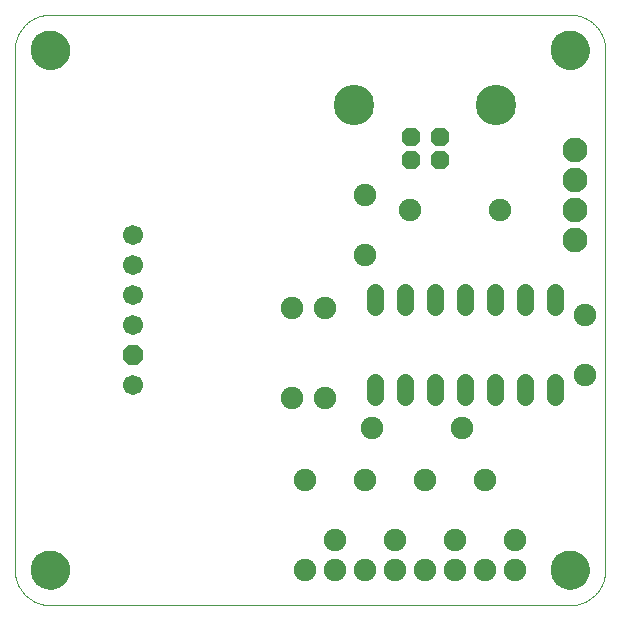
<source format=gbs>
G75*
%MOIN*%
%OFA0B0*%
%FSLAX25Y25*%
%IPPOS*%
%LPD*%
%AMOC8*
5,1,8,0,0,1.08239X$1,22.5*
%
%ADD10C,0.00000*%
%ADD11C,0.12998*%
%ADD12C,0.07487*%
%ADD13C,0.05600*%
%ADD14OC8,0.06140*%
%ADD15C,0.13455*%
%ADD16C,0.08274*%
%ADD17C,0.06699*%
%ADD18OC8,0.06699*%
D10*
X0005724Y0017535D02*
X0005724Y0190764D01*
X0011236Y0190764D02*
X0011238Y0190922D01*
X0011244Y0191080D01*
X0011254Y0191238D01*
X0011268Y0191396D01*
X0011286Y0191553D01*
X0011307Y0191710D01*
X0011333Y0191866D01*
X0011363Y0192022D01*
X0011396Y0192177D01*
X0011434Y0192330D01*
X0011475Y0192483D01*
X0011520Y0192635D01*
X0011569Y0192786D01*
X0011622Y0192935D01*
X0011678Y0193083D01*
X0011738Y0193229D01*
X0011802Y0193374D01*
X0011870Y0193517D01*
X0011941Y0193659D01*
X0012015Y0193799D01*
X0012093Y0193936D01*
X0012175Y0194072D01*
X0012259Y0194206D01*
X0012348Y0194337D01*
X0012439Y0194466D01*
X0012534Y0194593D01*
X0012631Y0194718D01*
X0012732Y0194840D01*
X0012836Y0194959D01*
X0012943Y0195076D01*
X0013053Y0195190D01*
X0013166Y0195301D01*
X0013281Y0195410D01*
X0013399Y0195515D01*
X0013520Y0195617D01*
X0013643Y0195717D01*
X0013769Y0195813D01*
X0013897Y0195906D01*
X0014027Y0195996D01*
X0014160Y0196082D01*
X0014295Y0196166D01*
X0014431Y0196245D01*
X0014570Y0196322D01*
X0014711Y0196394D01*
X0014853Y0196464D01*
X0014997Y0196529D01*
X0015143Y0196591D01*
X0015290Y0196649D01*
X0015439Y0196704D01*
X0015589Y0196755D01*
X0015740Y0196802D01*
X0015892Y0196845D01*
X0016045Y0196884D01*
X0016200Y0196920D01*
X0016355Y0196951D01*
X0016511Y0196979D01*
X0016667Y0197003D01*
X0016824Y0197023D01*
X0016982Y0197039D01*
X0017139Y0197051D01*
X0017298Y0197059D01*
X0017456Y0197063D01*
X0017614Y0197063D01*
X0017772Y0197059D01*
X0017931Y0197051D01*
X0018088Y0197039D01*
X0018246Y0197023D01*
X0018403Y0197003D01*
X0018559Y0196979D01*
X0018715Y0196951D01*
X0018870Y0196920D01*
X0019025Y0196884D01*
X0019178Y0196845D01*
X0019330Y0196802D01*
X0019481Y0196755D01*
X0019631Y0196704D01*
X0019780Y0196649D01*
X0019927Y0196591D01*
X0020073Y0196529D01*
X0020217Y0196464D01*
X0020359Y0196394D01*
X0020500Y0196322D01*
X0020639Y0196245D01*
X0020775Y0196166D01*
X0020910Y0196082D01*
X0021043Y0195996D01*
X0021173Y0195906D01*
X0021301Y0195813D01*
X0021427Y0195717D01*
X0021550Y0195617D01*
X0021671Y0195515D01*
X0021789Y0195410D01*
X0021904Y0195301D01*
X0022017Y0195190D01*
X0022127Y0195076D01*
X0022234Y0194959D01*
X0022338Y0194840D01*
X0022439Y0194718D01*
X0022536Y0194593D01*
X0022631Y0194466D01*
X0022722Y0194337D01*
X0022811Y0194206D01*
X0022895Y0194072D01*
X0022977Y0193936D01*
X0023055Y0193799D01*
X0023129Y0193659D01*
X0023200Y0193517D01*
X0023268Y0193374D01*
X0023332Y0193229D01*
X0023392Y0193083D01*
X0023448Y0192935D01*
X0023501Y0192786D01*
X0023550Y0192635D01*
X0023595Y0192483D01*
X0023636Y0192330D01*
X0023674Y0192177D01*
X0023707Y0192022D01*
X0023737Y0191866D01*
X0023763Y0191710D01*
X0023784Y0191553D01*
X0023802Y0191396D01*
X0023816Y0191238D01*
X0023826Y0191080D01*
X0023832Y0190922D01*
X0023834Y0190764D01*
X0023832Y0190606D01*
X0023826Y0190448D01*
X0023816Y0190290D01*
X0023802Y0190132D01*
X0023784Y0189975D01*
X0023763Y0189818D01*
X0023737Y0189662D01*
X0023707Y0189506D01*
X0023674Y0189351D01*
X0023636Y0189198D01*
X0023595Y0189045D01*
X0023550Y0188893D01*
X0023501Y0188742D01*
X0023448Y0188593D01*
X0023392Y0188445D01*
X0023332Y0188299D01*
X0023268Y0188154D01*
X0023200Y0188011D01*
X0023129Y0187869D01*
X0023055Y0187729D01*
X0022977Y0187592D01*
X0022895Y0187456D01*
X0022811Y0187322D01*
X0022722Y0187191D01*
X0022631Y0187062D01*
X0022536Y0186935D01*
X0022439Y0186810D01*
X0022338Y0186688D01*
X0022234Y0186569D01*
X0022127Y0186452D01*
X0022017Y0186338D01*
X0021904Y0186227D01*
X0021789Y0186118D01*
X0021671Y0186013D01*
X0021550Y0185911D01*
X0021427Y0185811D01*
X0021301Y0185715D01*
X0021173Y0185622D01*
X0021043Y0185532D01*
X0020910Y0185446D01*
X0020775Y0185362D01*
X0020639Y0185283D01*
X0020500Y0185206D01*
X0020359Y0185134D01*
X0020217Y0185064D01*
X0020073Y0184999D01*
X0019927Y0184937D01*
X0019780Y0184879D01*
X0019631Y0184824D01*
X0019481Y0184773D01*
X0019330Y0184726D01*
X0019178Y0184683D01*
X0019025Y0184644D01*
X0018870Y0184608D01*
X0018715Y0184577D01*
X0018559Y0184549D01*
X0018403Y0184525D01*
X0018246Y0184505D01*
X0018088Y0184489D01*
X0017931Y0184477D01*
X0017772Y0184469D01*
X0017614Y0184465D01*
X0017456Y0184465D01*
X0017298Y0184469D01*
X0017139Y0184477D01*
X0016982Y0184489D01*
X0016824Y0184505D01*
X0016667Y0184525D01*
X0016511Y0184549D01*
X0016355Y0184577D01*
X0016200Y0184608D01*
X0016045Y0184644D01*
X0015892Y0184683D01*
X0015740Y0184726D01*
X0015589Y0184773D01*
X0015439Y0184824D01*
X0015290Y0184879D01*
X0015143Y0184937D01*
X0014997Y0184999D01*
X0014853Y0185064D01*
X0014711Y0185134D01*
X0014570Y0185206D01*
X0014431Y0185283D01*
X0014295Y0185362D01*
X0014160Y0185446D01*
X0014027Y0185532D01*
X0013897Y0185622D01*
X0013769Y0185715D01*
X0013643Y0185811D01*
X0013520Y0185911D01*
X0013399Y0186013D01*
X0013281Y0186118D01*
X0013166Y0186227D01*
X0013053Y0186338D01*
X0012943Y0186452D01*
X0012836Y0186569D01*
X0012732Y0186688D01*
X0012631Y0186810D01*
X0012534Y0186935D01*
X0012439Y0187062D01*
X0012348Y0187191D01*
X0012259Y0187322D01*
X0012175Y0187456D01*
X0012093Y0187592D01*
X0012015Y0187729D01*
X0011941Y0187869D01*
X0011870Y0188011D01*
X0011802Y0188154D01*
X0011738Y0188299D01*
X0011678Y0188445D01*
X0011622Y0188593D01*
X0011569Y0188742D01*
X0011520Y0188893D01*
X0011475Y0189045D01*
X0011434Y0189198D01*
X0011396Y0189351D01*
X0011363Y0189506D01*
X0011333Y0189662D01*
X0011307Y0189818D01*
X0011286Y0189975D01*
X0011268Y0190132D01*
X0011254Y0190290D01*
X0011244Y0190448D01*
X0011238Y0190606D01*
X0011236Y0190764D01*
X0005724Y0190764D02*
X0005727Y0191049D01*
X0005738Y0191335D01*
X0005755Y0191620D01*
X0005779Y0191904D01*
X0005810Y0192188D01*
X0005848Y0192471D01*
X0005893Y0192752D01*
X0005944Y0193033D01*
X0006002Y0193313D01*
X0006067Y0193591D01*
X0006139Y0193867D01*
X0006217Y0194141D01*
X0006302Y0194414D01*
X0006394Y0194684D01*
X0006492Y0194952D01*
X0006596Y0195218D01*
X0006707Y0195481D01*
X0006824Y0195741D01*
X0006947Y0195999D01*
X0007077Y0196253D01*
X0007213Y0196504D01*
X0007354Y0196752D01*
X0007502Y0196996D01*
X0007655Y0197237D01*
X0007815Y0197473D01*
X0007980Y0197706D01*
X0008150Y0197935D01*
X0008326Y0198160D01*
X0008508Y0198380D01*
X0008694Y0198596D01*
X0008886Y0198807D01*
X0009083Y0199014D01*
X0009285Y0199216D01*
X0009492Y0199413D01*
X0009703Y0199605D01*
X0009919Y0199791D01*
X0010139Y0199973D01*
X0010364Y0200149D01*
X0010593Y0200319D01*
X0010826Y0200484D01*
X0011062Y0200644D01*
X0011303Y0200797D01*
X0011547Y0200945D01*
X0011795Y0201086D01*
X0012046Y0201222D01*
X0012300Y0201352D01*
X0012558Y0201475D01*
X0012818Y0201592D01*
X0013081Y0201703D01*
X0013347Y0201807D01*
X0013615Y0201905D01*
X0013885Y0201997D01*
X0014158Y0202082D01*
X0014432Y0202160D01*
X0014708Y0202232D01*
X0014986Y0202297D01*
X0015266Y0202355D01*
X0015547Y0202406D01*
X0015828Y0202451D01*
X0016111Y0202489D01*
X0016395Y0202520D01*
X0016679Y0202544D01*
X0016964Y0202561D01*
X0017250Y0202572D01*
X0017535Y0202575D01*
X0190764Y0202575D01*
X0184465Y0190764D02*
X0184467Y0190922D01*
X0184473Y0191080D01*
X0184483Y0191238D01*
X0184497Y0191396D01*
X0184515Y0191553D01*
X0184536Y0191710D01*
X0184562Y0191866D01*
X0184592Y0192022D01*
X0184625Y0192177D01*
X0184663Y0192330D01*
X0184704Y0192483D01*
X0184749Y0192635D01*
X0184798Y0192786D01*
X0184851Y0192935D01*
X0184907Y0193083D01*
X0184967Y0193229D01*
X0185031Y0193374D01*
X0185099Y0193517D01*
X0185170Y0193659D01*
X0185244Y0193799D01*
X0185322Y0193936D01*
X0185404Y0194072D01*
X0185488Y0194206D01*
X0185577Y0194337D01*
X0185668Y0194466D01*
X0185763Y0194593D01*
X0185860Y0194718D01*
X0185961Y0194840D01*
X0186065Y0194959D01*
X0186172Y0195076D01*
X0186282Y0195190D01*
X0186395Y0195301D01*
X0186510Y0195410D01*
X0186628Y0195515D01*
X0186749Y0195617D01*
X0186872Y0195717D01*
X0186998Y0195813D01*
X0187126Y0195906D01*
X0187256Y0195996D01*
X0187389Y0196082D01*
X0187524Y0196166D01*
X0187660Y0196245D01*
X0187799Y0196322D01*
X0187940Y0196394D01*
X0188082Y0196464D01*
X0188226Y0196529D01*
X0188372Y0196591D01*
X0188519Y0196649D01*
X0188668Y0196704D01*
X0188818Y0196755D01*
X0188969Y0196802D01*
X0189121Y0196845D01*
X0189274Y0196884D01*
X0189429Y0196920D01*
X0189584Y0196951D01*
X0189740Y0196979D01*
X0189896Y0197003D01*
X0190053Y0197023D01*
X0190211Y0197039D01*
X0190368Y0197051D01*
X0190527Y0197059D01*
X0190685Y0197063D01*
X0190843Y0197063D01*
X0191001Y0197059D01*
X0191160Y0197051D01*
X0191317Y0197039D01*
X0191475Y0197023D01*
X0191632Y0197003D01*
X0191788Y0196979D01*
X0191944Y0196951D01*
X0192099Y0196920D01*
X0192254Y0196884D01*
X0192407Y0196845D01*
X0192559Y0196802D01*
X0192710Y0196755D01*
X0192860Y0196704D01*
X0193009Y0196649D01*
X0193156Y0196591D01*
X0193302Y0196529D01*
X0193446Y0196464D01*
X0193588Y0196394D01*
X0193729Y0196322D01*
X0193868Y0196245D01*
X0194004Y0196166D01*
X0194139Y0196082D01*
X0194272Y0195996D01*
X0194402Y0195906D01*
X0194530Y0195813D01*
X0194656Y0195717D01*
X0194779Y0195617D01*
X0194900Y0195515D01*
X0195018Y0195410D01*
X0195133Y0195301D01*
X0195246Y0195190D01*
X0195356Y0195076D01*
X0195463Y0194959D01*
X0195567Y0194840D01*
X0195668Y0194718D01*
X0195765Y0194593D01*
X0195860Y0194466D01*
X0195951Y0194337D01*
X0196040Y0194206D01*
X0196124Y0194072D01*
X0196206Y0193936D01*
X0196284Y0193799D01*
X0196358Y0193659D01*
X0196429Y0193517D01*
X0196497Y0193374D01*
X0196561Y0193229D01*
X0196621Y0193083D01*
X0196677Y0192935D01*
X0196730Y0192786D01*
X0196779Y0192635D01*
X0196824Y0192483D01*
X0196865Y0192330D01*
X0196903Y0192177D01*
X0196936Y0192022D01*
X0196966Y0191866D01*
X0196992Y0191710D01*
X0197013Y0191553D01*
X0197031Y0191396D01*
X0197045Y0191238D01*
X0197055Y0191080D01*
X0197061Y0190922D01*
X0197063Y0190764D01*
X0197061Y0190606D01*
X0197055Y0190448D01*
X0197045Y0190290D01*
X0197031Y0190132D01*
X0197013Y0189975D01*
X0196992Y0189818D01*
X0196966Y0189662D01*
X0196936Y0189506D01*
X0196903Y0189351D01*
X0196865Y0189198D01*
X0196824Y0189045D01*
X0196779Y0188893D01*
X0196730Y0188742D01*
X0196677Y0188593D01*
X0196621Y0188445D01*
X0196561Y0188299D01*
X0196497Y0188154D01*
X0196429Y0188011D01*
X0196358Y0187869D01*
X0196284Y0187729D01*
X0196206Y0187592D01*
X0196124Y0187456D01*
X0196040Y0187322D01*
X0195951Y0187191D01*
X0195860Y0187062D01*
X0195765Y0186935D01*
X0195668Y0186810D01*
X0195567Y0186688D01*
X0195463Y0186569D01*
X0195356Y0186452D01*
X0195246Y0186338D01*
X0195133Y0186227D01*
X0195018Y0186118D01*
X0194900Y0186013D01*
X0194779Y0185911D01*
X0194656Y0185811D01*
X0194530Y0185715D01*
X0194402Y0185622D01*
X0194272Y0185532D01*
X0194139Y0185446D01*
X0194004Y0185362D01*
X0193868Y0185283D01*
X0193729Y0185206D01*
X0193588Y0185134D01*
X0193446Y0185064D01*
X0193302Y0184999D01*
X0193156Y0184937D01*
X0193009Y0184879D01*
X0192860Y0184824D01*
X0192710Y0184773D01*
X0192559Y0184726D01*
X0192407Y0184683D01*
X0192254Y0184644D01*
X0192099Y0184608D01*
X0191944Y0184577D01*
X0191788Y0184549D01*
X0191632Y0184525D01*
X0191475Y0184505D01*
X0191317Y0184489D01*
X0191160Y0184477D01*
X0191001Y0184469D01*
X0190843Y0184465D01*
X0190685Y0184465D01*
X0190527Y0184469D01*
X0190368Y0184477D01*
X0190211Y0184489D01*
X0190053Y0184505D01*
X0189896Y0184525D01*
X0189740Y0184549D01*
X0189584Y0184577D01*
X0189429Y0184608D01*
X0189274Y0184644D01*
X0189121Y0184683D01*
X0188969Y0184726D01*
X0188818Y0184773D01*
X0188668Y0184824D01*
X0188519Y0184879D01*
X0188372Y0184937D01*
X0188226Y0184999D01*
X0188082Y0185064D01*
X0187940Y0185134D01*
X0187799Y0185206D01*
X0187660Y0185283D01*
X0187524Y0185362D01*
X0187389Y0185446D01*
X0187256Y0185532D01*
X0187126Y0185622D01*
X0186998Y0185715D01*
X0186872Y0185811D01*
X0186749Y0185911D01*
X0186628Y0186013D01*
X0186510Y0186118D01*
X0186395Y0186227D01*
X0186282Y0186338D01*
X0186172Y0186452D01*
X0186065Y0186569D01*
X0185961Y0186688D01*
X0185860Y0186810D01*
X0185763Y0186935D01*
X0185668Y0187062D01*
X0185577Y0187191D01*
X0185488Y0187322D01*
X0185404Y0187456D01*
X0185322Y0187592D01*
X0185244Y0187729D01*
X0185170Y0187869D01*
X0185099Y0188011D01*
X0185031Y0188154D01*
X0184967Y0188299D01*
X0184907Y0188445D01*
X0184851Y0188593D01*
X0184798Y0188742D01*
X0184749Y0188893D01*
X0184704Y0189045D01*
X0184663Y0189198D01*
X0184625Y0189351D01*
X0184592Y0189506D01*
X0184562Y0189662D01*
X0184536Y0189818D01*
X0184515Y0189975D01*
X0184497Y0190132D01*
X0184483Y0190290D01*
X0184473Y0190448D01*
X0184467Y0190606D01*
X0184465Y0190764D01*
X0190764Y0202575D02*
X0191049Y0202572D01*
X0191335Y0202561D01*
X0191620Y0202544D01*
X0191904Y0202520D01*
X0192188Y0202489D01*
X0192471Y0202451D01*
X0192752Y0202406D01*
X0193033Y0202355D01*
X0193313Y0202297D01*
X0193591Y0202232D01*
X0193867Y0202160D01*
X0194141Y0202082D01*
X0194414Y0201997D01*
X0194684Y0201905D01*
X0194952Y0201807D01*
X0195218Y0201703D01*
X0195481Y0201592D01*
X0195741Y0201475D01*
X0195999Y0201352D01*
X0196253Y0201222D01*
X0196504Y0201086D01*
X0196752Y0200945D01*
X0196996Y0200797D01*
X0197237Y0200644D01*
X0197473Y0200484D01*
X0197706Y0200319D01*
X0197935Y0200149D01*
X0198160Y0199973D01*
X0198380Y0199791D01*
X0198596Y0199605D01*
X0198807Y0199413D01*
X0199014Y0199216D01*
X0199216Y0199014D01*
X0199413Y0198807D01*
X0199605Y0198596D01*
X0199791Y0198380D01*
X0199973Y0198160D01*
X0200149Y0197935D01*
X0200319Y0197706D01*
X0200484Y0197473D01*
X0200644Y0197237D01*
X0200797Y0196996D01*
X0200945Y0196752D01*
X0201086Y0196504D01*
X0201222Y0196253D01*
X0201352Y0195999D01*
X0201475Y0195741D01*
X0201592Y0195481D01*
X0201703Y0195218D01*
X0201807Y0194952D01*
X0201905Y0194684D01*
X0201997Y0194414D01*
X0202082Y0194141D01*
X0202160Y0193867D01*
X0202232Y0193591D01*
X0202297Y0193313D01*
X0202355Y0193033D01*
X0202406Y0192752D01*
X0202451Y0192471D01*
X0202489Y0192188D01*
X0202520Y0191904D01*
X0202544Y0191620D01*
X0202561Y0191335D01*
X0202572Y0191049D01*
X0202575Y0190764D01*
X0202575Y0017535D01*
X0184465Y0017535D02*
X0184467Y0017693D01*
X0184473Y0017851D01*
X0184483Y0018009D01*
X0184497Y0018167D01*
X0184515Y0018324D01*
X0184536Y0018481D01*
X0184562Y0018637D01*
X0184592Y0018793D01*
X0184625Y0018948D01*
X0184663Y0019101D01*
X0184704Y0019254D01*
X0184749Y0019406D01*
X0184798Y0019557D01*
X0184851Y0019706D01*
X0184907Y0019854D01*
X0184967Y0020000D01*
X0185031Y0020145D01*
X0185099Y0020288D01*
X0185170Y0020430D01*
X0185244Y0020570D01*
X0185322Y0020707D01*
X0185404Y0020843D01*
X0185488Y0020977D01*
X0185577Y0021108D01*
X0185668Y0021237D01*
X0185763Y0021364D01*
X0185860Y0021489D01*
X0185961Y0021611D01*
X0186065Y0021730D01*
X0186172Y0021847D01*
X0186282Y0021961D01*
X0186395Y0022072D01*
X0186510Y0022181D01*
X0186628Y0022286D01*
X0186749Y0022388D01*
X0186872Y0022488D01*
X0186998Y0022584D01*
X0187126Y0022677D01*
X0187256Y0022767D01*
X0187389Y0022853D01*
X0187524Y0022937D01*
X0187660Y0023016D01*
X0187799Y0023093D01*
X0187940Y0023165D01*
X0188082Y0023235D01*
X0188226Y0023300D01*
X0188372Y0023362D01*
X0188519Y0023420D01*
X0188668Y0023475D01*
X0188818Y0023526D01*
X0188969Y0023573D01*
X0189121Y0023616D01*
X0189274Y0023655D01*
X0189429Y0023691D01*
X0189584Y0023722D01*
X0189740Y0023750D01*
X0189896Y0023774D01*
X0190053Y0023794D01*
X0190211Y0023810D01*
X0190368Y0023822D01*
X0190527Y0023830D01*
X0190685Y0023834D01*
X0190843Y0023834D01*
X0191001Y0023830D01*
X0191160Y0023822D01*
X0191317Y0023810D01*
X0191475Y0023794D01*
X0191632Y0023774D01*
X0191788Y0023750D01*
X0191944Y0023722D01*
X0192099Y0023691D01*
X0192254Y0023655D01*
X0192407Y0023616D01*
X0192559Y0023573D01*
X0192710Y0023526D01*
X0192860Y0023475D01*
X0193009Y0023420D01*
X0193156Y0023362D01*
X0193302Y0023300D01*
X0193446Y0023235D01*
X0193588Y0023165D01*
X0193729Y0023093D01*
X0193868Y0023016D01*
X0194004Y0022937D01*
X0194139Y0022853D01*
X0194272Y0022767D01*
X0194402Y0022677D01*
X0194530Y0022584D01*
X0194656Y0022488D01*
X0194779Y0022388D01*
X0194900Y0022286D01*
X0195018Y0022181D01*
X0195133Y0022072D01*
X0195246Y0021961D01*
X0195356Y0021847D01*
X0195463Y0021730D01*
X0195567Y0021611D01*
X0195668Y0021489D01*
X0195765Y0021364D01*
X0195860Y0021237D01*
X0195951Y0021108D01*
X0196040Y0020977D01*
X0196124Y0020843D01*
X0196206Y0020707D01*
X0196284Y0020570D01*
X0196358Y0020430D01*
X0196429Y0020288D01*
X0196497Y0020145D01*
X0196561Y0020000D01*
X0196621Y0019854D01*
X0196677Y0019706D01*
X0196730Y0019557D01*
X0196779Y0019406D01*
X0196824Y0019254D01*
X0196865Y0019101D01*
X0196903Y0018948D01*
X0196936Y0018793D01*
X0196966Y0018637D01*
X0196992Y0018481D01*
X0197013Y0018324D01*
X0197031Y0018167D01*
X0197045Y0018009D01*
X0197055Y0017851D01*
X0197061Y0017693D01*
X0197063Y0017535D01*
X0197061Y0017377D01*
X0197055Y0017219D01*
X0197045Y0017061D01*
X0197031Y0016903D01*
X0197013Y0016746D01*
X0196992Y0016589D01*
X0196966Y0016433D01*
X0196936Y0016277D01*
X0196903Y0016122D01*
X0196865Y0015969D01*
X0196824Y0015816D01*
X0196779Y0015664D01*
X0196730Y0015513D01*
X0196677Y0015364D01*
X0196621Y0015216D01*
X0196561Y0015070D01*
X0196497Y0014925D01*
X0196429Y0014782D01*
X0196358Y0014640D01*
X0196284Y0014500D01*
X0196206Y0014363D01*
X0196124Y0014227D01*
X0196040Y0014093D01*
X0195951Y0013962D01*
X0195860Y0013833D01*
X0195765Y0013706D01*
X0195668Y0013581D01*
X0195567Y0013459D01*
X0195463Y0013340D01*
X0195356Y0013223D01*
X0195246Y0013109D01*
X0195133Y0012998D01*
X0195018Y0012889D01*
X0194900Y0012784D01*
X0194779Y0012682D01*
X0194656Y0012582D01*
X0194530Y0012486D01*
X0194402Y0012393D01*
X0194272Y0012303D01*
X0194139Y0012217D01*
X0194004Y0012133D01*
X0193868Y0012054D01*
X0193729Y0011977D01*
X0193588Y0011905D01*
X0193446Y0011835D01*
X0193302Y0011770D01*
X0193156Y0011708D01*
X0193009Y0011650D01*
X0192860Y0011595D01*
X0192710Y0011544D01*
X0192559Y0011497D01*
X0192407Y0011454D01*
X0192254Y0011415D01*
X0192099Y0011379D01*
X0191944Y0011348D01*
X0191788Y0011320D01*
X0191632Y0011296D01*
X0191475Y0011276D01*
X0191317Y0011260D01*
X0191160Y0011248D01*
X0191001Y0011240D01*
X0190843Y0011236D01*
X0190685Y0011236D01*
X0190527Y0011240D01*
X0190368Y0011248D01*
X0190211Y0011260D01*
X0190053Y0011276D01*
X0189896Y0011296D01*
X0189740Y0011320D01*
X0189584Y0011348D01*
X0189429Y0011379D01*
X0189274Y0011415D01*
X0189121Y0011454D01*
X0188969Y0011497D01*
X0188818Y0011544D01*
X0188668Y0011595D01*
X0188519Y0011650D01*
X0188372Y0011708D01*
X0188226Y0011770D01*
X0188082Y0011835D01*
X0187940Y0011905D01*
X0187799Y0011977D01*
X0187660Y0012054D01*
X0187524Y0012133D01*
X0187389Y0012217D01*
X0187256Y0012303D01*
X0187126Y0012393D01*
X0186998Y0012486D01*
X0186872Y0012582D01*
X0186749Y0012682D01*
X0186628Y0012784D01*
X0186510Y0012889D01*
X0186395Y0012998D01*
X0186282Y0013109D01*
X0186172Y0013223D01*
X0186065Y0013340D01*
X0185961Y0013459D01*
X0185860Y0013581D01*
X0185763Y0013706D01*
X0185668Y0013833D01*
X0185577Y0013962D01*
X0185488Y0014093D01*
X0185404Y0014227D01*
X0185322Y0014363D01*
X0185244Y0014500D01*
X0185170Y0014640D01*
X0185099Y0014782D01*
X0185031Y0014925D01*
X0184967Y0015070D01*
X0184907Y0015216D01*
X0184851Y0015364D01*
X0184798Y0015513D01*
X0184749Y0015664D01*
X0184704Y0015816D01*
X0184663Y0015969D01*
X0184625Y0016122D01*
X0184592Y0016277D01*
X0184562Y0016433D01*
X0184536Y0016589D01*
X0184515Y0016746D01*
X0184497Y0016903D01*
X0184483Y0017061D01*
X0184473Y0017219D01*
X0184467Y0017377D01*
X0184465Y0017535D01*
X0190764Y0005724D02*
X0191049Y0005727D01*
X0191335Y0005738D01*
X0191620Y0005755D01*
X0191904Y0005779D01*
X0192188Y0005810D01*
X0192471Y0005848D01*
X0192752Y0005893D01*
X0193033Y0005944D01*
X0193313Y0006002D01*
X0193591Y0006067D01*
X0193867Y0006139D01*
X0194141Y0006217D01*
X0194414Y0006302D01*
X0194684Y0006394D01*
X0194952Y0006492D01*
X0195218Y0006596D01*
X0195481Y0006707D01*
X0195741Y0006824D01*
X0195999Y0006947D01*
X0196253Y0007077D01*
X0196504Y0007213D01*
X0196752Y0007354D01*
X0196996Y0007502D01*
X0197237Y0007655D01*
X0197473Y0007815D01*
X0197706Y0007980D01*
X0197935Y0008150D01*
X0198160Y0008326D01*
X0198380Y0008508D01*
X0198596Y0008694D01*
X0198807Y0008886D01*
X0199014Y0009083D01*
X0199216Y0009285D01*
X0199413Y0009492D01*
X0199605Y0009703D01*
X0199791Y0009919D01*
X0199973Y0010139D01*
X0200149Y0010364D01*
X0200319Y0010593D01*
X0200484Y0010826D01*
X0200644Y0011062D01*
X0200797Y0011303D01*
X0200945Y0011547D01*
X0201086Y0011795D01*
X0201222Y0012046D01*
X0201352Y0012300D01*
X0201475Y0012558D01*
X0201592Y0012818D01*
X0201703Y0013081D01*
X0201807Y0013347D01*
X0201905Y0013615D01*
X0201997Y0013885D01*
X0202082Y0014158D01*
X0202160Y0014432D01*
X0202232Y0014708D01*
X0202297Y0014986D01*
X0202355Y0015266D01*
X0202406Y0015547D01*
X0202451Y0015828D01*
X0202489Y0016111D01*
X0202520Y0016395D01*
X0202544Y0016679D01*
X0202561Y0016964D01*
X0202572Y0017250D01*
X0202575Y0017535D01*
X0190764Y0005724D02*
X0017535Y0005724D01*
X0011236Y0017535D02*
X0011238Y0017693D01*
X0011244Y0017851D01*
X0011254Y0018009D01*
X0011268Y0018167D01*
X0011286Y0018324D01*
X0011307Y0018481D01*
X0011333Y0018637D01*
X0011363Y0018793D01*
X0011396Y0018948D01*
X0011434Y0019101D01*
X0011475Y0019254D01*
X0011520Y0019406D01*
X0011569Y0019557D01*
X0011622Y0019706D01*
X0011678Y0019854D01*
X0011738Y0020000D01*
X0011802Y0020145D01*
X0011870Y0020288D01*
X0011941Y0020430D01*
X0012015Y0020570D01*
X0012093Y0020707D01*
X0012175Y0020843D01*
X0012259Y0020977D01*
X0012348Y0021108D01*
X0012439Y0021237D01*
X0012534Y0021364D01*
X0012631Y0021489D01*
X0012732Y0021611D01*
X0012836Y0021730D01*
X0012943Y0021847D01*
X0013053Y0021961D01*
X0013166Y0022072D01*
X0013281Y0022181D01*
X0013399Y0022286D01*
X0013520Y0022388D01*
X0013643Y0022488D01*
X0013769Y0022584D01*
X0013897Y0022677D01*
X0014027Y0022767D01*
X0014160Y0022853D01*
X0014295Y0022937D01*
X0014431Y0023016D01*
X0014570Y0023093D01*
X0014711Y0023165D01*
X0014853Y0023235D01*
X0014997Y0023300D01*
X0015143Y0023362D01*
X0015290Y0023420D01*
X0015439Y0023475D01*
X0015589Y0023526D01*
X0015740Y0023573D01*
X0015892Y0023616D01*
X0016045Y0023655D01*
X0016200Y0023691D01*
X0016355Y0023722D01*
X0016511Y0023750D01*
X0016667Y0023774D01*
X0016824Y0023794D01*
X0016982Y0023810D01*
X0017139Y0023822D01*
X0017298Y0023830D01*
X0017456Y0023834D01*
X0017614Y0023834D01*
X0017772Y0023830D01*
X0017931Y0023822D01*
X0018088Y0023810D01*
X0018246Y0023794D01*
X0018403Y0023774D01*
X0018559Y0023750D01*
X0018715Y0023722D01*
X0018870Y0023691D01*
X0019025Y0023655D01*
X0019178Y0023616D01*
X0019330Y0023573D01*
X0019481Y0023526D01*
X0019631Y0023475D01*
X0019780Y0023420D01*
X0019927Y0023362D01*
X0020073Y0023300D01*
X0020217Y0023235D01*
X0020359Y0023165D01*
X0020500Y0023093D01*
X0020639Y0023016D01*
X0020775Y0022937D01*
X0020910Y0022853D01*
X0021043Y0022767D01*
X0021173Y0022677D01*
X0021301Y0022584D01*
X0021427Y0022488D01*
X0021550Y0022388D01*
X0021671Y0022286D01*
X0021789Y0022181D01*
X0021904Y0022072D01*
X0022017Y0021961D01*
X0022127Y0021847D01*
X0022234Y0021730D01*
X0022338Y0021611D01*
X0022439Y0021489D01*
X0022536Y0021364D01*
X0022631Y0021237D01*
X0022722Y0021108D01*
X0022811Y0020977D01*
X0022895Y0020843D01*
X0022977Y0020707D01*
X0023055Y0020570D01*
X0023129Y0020430D01*
X0023200Y0020288D01*
X0023268Y0020145D01*
X0023332Y0020000D01*
X0023392Y0019854D01*
X0023448Y0019706D01*
X0023501Y0019557D01*
X0023550Y0019406D01*
X0023595Y0019254D01*
X0023636Y0019101D01*
X0023674Y0018948D01*
X0023707Y0018793D01*
X0023737Y0018637D01*
X0023763Y0018481D01*
X0023784Y0018324D01*
X0023802Y0018167D01*
X0023816Y0018009D01*
X0023826Y0017851D01*
X0023832Y0017693D01*
X0023834Y0017535D01*
X0023832Y0017377D01*
X0023826Y0017219D01*
X0023816Y0017061D01*
X0023802Y0016903D01*
X0023784Y0016746D01*
X0023763Y0016589D01*
X0023737Y0016433D01*
X0023707Y0016277D01*
X0023674Y0016122D01*
X0023636Y0015969D01*
X0023595Y0015816D01*
X0023550Y0015664D01*
X0023501Y0015513D01*
X0023448Y0015364D01*
X0023392Y0015216D01*
X0023332Y0015070D01*
X0023268Y0014925D01*
X0023200Y0014782D01*
X0023129Y0014640D01*
X0023055Y0014500D01*
X0022977Y0014363D01*
X0022895Y0014227D01*
X0022811Y0014093D01*
X0022722Y0013962D01*
X0022631Y0013833D01*
X0022536Y0013706D01*
X0022439Y0013581D01*
X0022338Y0013459D01*
X0022234Y0013340D01*
X0022127Y0013223D01*
X0022017Y0013109D01*
X0021904Y0012998D01*
X0021789Y0012889D01*
X0021671Y0012784D01*
X0021550Y0012682D01*
X0021427Y0012582D01*
X0021301Y0012486D01*
X0021173Y0012393D01*
X0021043Y0012303D01*
X0020910Y0012217D01*
X0020775Y0012133D01*
X0020639Y0012054D01*
X0020500Y0011977D01*
X0020359Y0011905D01*
X0020217Y0011835D01*
X0020073Y0011770D01*
X0019927Y0011708D01*
X0019780Y0011650D01*
X0019631Y0011595D01*
X0019481Y0011544D01*
X0019330Y0011497D01*
X0019178Y0011454D01*
X0019025Y0011415D01*
X0018870Y0011379D01*
X0018715Y0011348D01*
X0018559Y0011320D01*
X0018403Y0011296D01*
X0018246Y0011276D01*
X0018088Y0011260D01*
X0017931Y0011248D01*
X0017772Y0011240D01*
X0017614Y0011236D01*
X0017456Y0011236D01*
X0017298Y0011240D01*
X0017139Y0011248D01*
X0016982Y0011260D01*
X0016824Y0011276D01*
X0016667Y0011296D01*
X0016511Y0011320D01*
X0016355Y0011348D01*
X0016200Y0011379D01*
X0016045Y0011415D01*
X0015892Y0011454D01*
X0015740Y0011497D01*
X0015589Y0011544D01*
X0015439Y0011595D01*
X0015290Y0011650D01*
X0015143Y0011708D01*
X0014997Y0011770D01*
X0014853Y0011835D01*
X0014711Y0011905D01*
X0014570Y0011977D01*
X0014431Y0012054D01*
X0014295Y0012133D01*
X0014160Y0012217D01*
X0014027Y0012303D01*
X0013897Y0012393D01*
X0013769Y0012486D01*
X0013643Y0012582D01*
X0013520Y0012682D01*
X0013399Y0012784D01*
X0013281Y0012889D01*
X0013166Y0012998D01*
X0013053Y0013109D01*
X0012943Y0013223D01*
X0012836Y0013340D01*
X0012732Y0013459D01*
X0012631Y0013581D01*
X0012534Y0013706D01*
X0012439Y0013833D01*
X0012348Y0013962D01*
X0012259Y0014093D01*
X0012175Y0014227D01*
X0012093Y0014363D01*
X0012015Y0014500D01*
X0011941Y0014640D01*
X0011870Y0014782D01*
X0011802Y0014925D01*
X0011738Y0015070D01*
X0011678Y0015216D01*
X0011622Y0015364D01*
X0011569Y0015513D01*
X0011520Y0015664D01*
X0011475Y0015816D01*
X0011434Y0015969D01*
X0011396Y0016122D01*
X0011363Y0016277D01*
X0011333Y0016433D01*
X0011307Y0016589D01*
X0011286Y0016746D01*
X0011268Y0016903D01*
X0011254Y0017061D01*
X0011244Y0017219D01*
X0011238Y0017377D01*
X0011236Y0017535D01*
X0005724Y0017535D02*
X0005727Y0017250D01*
X0005738Y0016964D01*
X0005755Y0016679D01*
X0005779Y0016395D01*
X0005810Y0016111D01*
X0005848Y0015828D01*
X0005893Y0015547D01*
X0005944Y0015266D01*
X0006002Y0014986D01*
X0006067Y0014708D01*
X0006139Y0014432D01*
X0006217Y0014158D01*
X0006302Y0013885D01*
X0006394Y0013615D01*
X0006492Y0013347D01*
X0006596Y0013081D01*
X0006707Y0012818D01*
X0006824Y0012558D01*
X0006947Y0012300D01*
X0007077Y0012046D01*
X0007213Y0011795D01*
X0007354Y0011547D01*
X0007502Y0011303D01*
X0007655Y0011062D01*
X0007815Y0010826D01*
X0007980Y0010593D01*
X0008150Y0010364D01*
X0008326Y0010139D01*
X0008508Y0009919D01*
X0008694Y0009703D01*
X0008886Y0009492D01*
X0009083Y0009285D01*
X0009285Y0009083D01*
X0009492Y0008886D01*
X0009703Y0008694D01*
X0009919Y0008508D01*
X0010139Y0008326D01*
X0010364Y0008150D01*
X0010593Y0007980D01*
X0010826Y0007815D01*
X0011062Y0007655D01*
X0011303Y0007502D01*
X0011547Y0007354D01*
X0011795Y0007213D01*
X0012046Y0007077D01*
X0012300Y0006947D01*
X0012558Y0006824D01*
X0012818Y0006707D01*
X0013081Y0006596D01*
X0013347Y0006492D01*
X0013615Y0006394D01*
X0013885Y0006302D01*
X0014158Y0006217D01*
X0014432Y0006139D01*
X0014708Y0006067D01*
X0014986Y0006002D01*
X0015266Y0005944D01*
X0015547Y0005893D01*
X0015828Y0005848D01*
X0016111Y0005810D01*
X0016395Y0005779D01*
X0016679Y0005755D01*
X0016964Y0005738D01*
X0017250Y0005727D01*
X0017535Y0005724D01*
D11*
X0017535Y0017535D03*
X0017535Y0190764D03*
X0190764Y0190764D03*
X0190764Y0017535D03*
D12*
X0172575Y0017575D03*
X0172575Y0027575D03*
X0162575Y0017575D03*
X0152575Y0017575D03*
X0152575Y0027575D03*
X0142575Y0017575D03*
X0132575Y0017575D03*
X0132575Y0027575D03*
X0122575Y0017575D03*
X0112575Y0017575D03*
X0112575Y0027575D03*
X0102575Y0017575D03*
X0102575Y0047575D03*
X0122575Y0047575D03*
X0124937Y0064937D03*
X0109012Y0074937D03*
X0098224Y0074937D03*
X0098224Y0104937D03*
X0109012Y0104937D03*
X0122575Y0122575D03*
X0137575Y0137575D03*
X0122575Y0142575D03*
X0167575Y0137575D03*
X0195724Y0102575D03*
X0195724Y0082575D03*
X0162575Y0047575D03*
X0154937Y0064937D03*
X0142575Y0047575D03*
D13*
X0145724Y0074975D02*
X0145724Y0080175D01*
X0135724Y0080175D02*
X0135724Y0074975D01*
X0125724Y0074975D02*
X0125724Y0080175D01*
X0125724Y0104975D02*
X0125724Y0110175D01*
X0135724Y0110175D02*
X0135724Y0104975D01*
X0145724Y0104975D02*
X0145724Y0110175D01*
X0155724Y0110175D02*
X0155724Y0104975D01*
X0165724Y0104975D02*
X0165724Y0110175D01*
X0175724Y0110175D02*
X0175724Y0104975D01*
X0185724Y0104975D02*
X0185724Y0110175D01*
X0185724Y0080175D02*
X0185724Y0074975D01*
X0175724Y0074975D02*
X0175724Y0080175D01*
X0165724Y0080175D02*
X0165724Y0074975D01*
X0155724Y0074975D02*
X0155724Y0080175D01*
D14*
X0147496Y0154031D03*
X0147496Y0161906D03*
X0137654Y0161906D03*
X0137654Y0154031D03*
D15*
X0118874Y0172575D03*
X0166276Y0172575D03*
D16*
X0192575Y0157575D03*
X0192575Y0147575D03*
X0192575Y0137575D03*
X0192575Y0127575D03*
D17*
X0045094Y0129150D03*
X0045094Y0119150D03*
X0045094Y0109150D03*
X0045094Y0099150D03*
X0045094Y0079150D03*
D18*
X0045094Y0089150D03*
M02*

</source>
